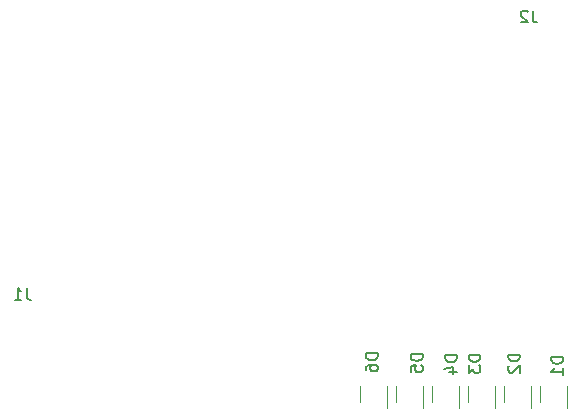
<source format=gbr>
G04 #@! TF.GenerationSoftware,KiCad,Pcbnew,7.0.6*
G04 #@! TF.CreationDate,2023-12-22T13:42:26-08:00*
G04 #@! TF.ProjectId,procon_button_board,70726f63-6f6e-45f6-9275-74746f6e5f62,rev?*
G04 #@! TF.SameCoordinates,Original*
G04 #@! TF.FileFunction,Legend,Bot*
G04 #@! TF.FilePolarity,Positive*
%FSLAX46Y46*%
G04 Gerber Fmt 4.6, Leading zero omitted, Abs format (unit mm)*
G04 Created by KiCad (PCBNEW 7.0.6) date 2023-12-22 13:42:26*
%MOMM*%
%LPD*%
G01*
G04 APERTURE LIST*
%ADD10C,0.150000*%
%ADD11C,0.120000*%
G04 APERTURE END LIST*
D10*
X146573819Y-160905905D02*
X145573819Y-160905905D01*
X145573819Y-160905905D02*
X145573819Y-161144000D01*
X145573819Y-161144000D02*
X145621438Y-161286857D01*
X145621438Y-161286857D02*
X145716676Y-161382095D01*
X145716676Y-161382095D02*
X145811914Y-161429714D01*
X145811914Y-161429714D02*
X146002390Y-161477333D01*
X146002390Y-161477333D02*
X146145247Y-161477333D01*
X146145247Y-161477333D02*
X146335723Y-161429714D01*
X146335723Y-161429714D02*
X146430961Y-161382095D01*
X146430961Y-161382095D02*
X146526200Y-161286857D01*
X146526200Y-161286857D02*
X146573819Y-161144000D01*
X146573819Y-161144000D02*
X146573819Y-160905905D01*
X145669057Y-161858286D02*
X145621438Y-161905905D01*
X145621438Y-161905905D02*
X145573819Y-162001143D01*
X145573819Y-162001143D02*
X145573819Y-162239238D01*
X145573819Y-162239238D02*
X145621438Y-162334476D01*
X145621438Y-162334476D02*
X145669057Y-162382095D01*
X145669057Y-162382095D02*
X145764295Y-162429714D01*
X145764295Y-162429714D02*
X145859533Y-162429714D01*
X145859533Y-162429714D02*
X146002390Y-162382095D01*
X146002390Y-162382095D02*
X146573819Y-161810667D01*
X146573819Y-161810667D02*
X146573819Y-162429714D01*
X138323819Y-160880905D02*
X137323819Y-160880905D01*
X137323819Y-160880905D02*
X137323819Y-161119000D01*
X137323819Y-161119000D02*
X137371438Y-161261857D01*
X137371438Y-161261857D02*
X137466676Y-161357095D01*
X137466676Y-161357095D02*
X137561914Y-161404714D01*
X137561914Y-161404714D02*
X137752390Y-161452333D01*
X137752390Y-161452333D02*
X137895247Y-161452333D01*
X137895247Y-161452333D02*
X138085723Y-161404714D01*
X138085723Y-161404714D02*
X138180961Y-161357095D01*
X138180961Y-161357095D02*
X138276200Y-161261857D01*
X138276200Y-161261857D02*
X138323819Y-161119000D01*
X138323819Y-161119000D02*
X138323819Y-160880905D01*
X137323819Y-162357095D02*
X137323819Y-161880905D01*
X137323819Y-161880905D02*
X137800009Y-161833286D01*
X137800009Y-161833286D02*
X137752390Y-161880905D01*
X137752390Y-161880905D02*
X137704771Y-161976143D01*
X137704771Y-161976143D02*
X137704771Y-162214238D01*
X137704771Y-162214238D02*
X137752390Y-162309476D01*
X137752390Y-162309476D02*
X137800009Y-162357095D01*
X137800009Y-162357095D02*
X137895247Y-162404714D01*
X137895247Y-162404714D02*
X138133342Y-162404714D01*
X138133342Y-162404714D02*
X138228580Y-162357095D01*
X138228580Y-162357095D02*
X138276200Y-162309476D01*
X138276200Y-162309476D02*
X138323819Y-162214238D01*
X138323819Y-162214238D02*
X138323819Y-161976143D01*
X138323819Y-161976143D02*
X138276200Y-161880905D01*
X138276200Y-161880905D02*
X138228580Y-161833286D01*
X141223819Y-160980905D02*
X140223819Y-160980905D01*
X140223819Y-160980905D02*
X140223819Y-161219000D01*
X140223819Y-161219000D02*
X140271438Y-161361857D01*
X140271438Y-161361857D02*
X140366676Y-161457095D01*
X140366676Y-161457095D02*
X140461914Y-161504714D01*
X140461914Y-161504714D02*
X140652390Y-161552333D01*
X140652390Y-161552333D02*
X140795247Y-161552333D01*
X140795247Y-161552333D02*
X140985723Y-161504714D01*
X140985723Y-161504714D02*
X141080961Y-161457095D01*
X141080961Y-161457095D02*
X141176200Y-161361857D01*
X141176200Y-161361857D02*
X141223819Y-161219000D01*
X141223819Y-161219000D02*
X141223819Y-160980905D01*
X140557152Y-162409476D02*
X141223819Y-162409476D01*
X140176200Y-162171381D02*
X140890485Y-161933286D01*
X140890485Y-161933286D02*
X140890485Y-162552333D01*
X147653333Y-131788819D02*
X147653333Y-132503104D01*
X147653333Y-132503104D02*
X147700952Y-132645961D01*
X147700952Y-132645961D02*
X147796190Y-132741200D01*
X147796190Y-132741200D02*
X147939047Y-132788819D01*
X147939047Y-132788819D02*
X148034285Y-132788819D01*
X147224761Y-131884057D02*
X147177142Y-131836438D01*
X147177142Y-131836438D02*
X147081904Y-131788819D01*
X147081904Y-131788819D02*
X146843809Y-131788819D01*
X146843809Y-131788819D02*
X146748571Y-131836438D01*
X146748571Y-131836438D02*
X146700952Y-131884057D01*
X146700952Y-131884057D02*
X146653333Y-131979295D01*
X146653333Y-131979295D02*
X146653333Y-132074533D01*
X146653333Y-132074533D02*
X146700952Y-132217390D01*
X146700952Y-132217390D02*
X147272380Y-132788819D01*
X147272380Y-132788819D02*
X146653333Y-132788819D01*
X134523819Y-160805905D02*
X133523819Y-160805905D01*
X133523819Y-160805905D02*
X133523819Y-161044000D01*
X133523819Y-161044000D02*
X133571438Y-161186857D01*
X133571438Y-161186857D02*
X133666676Y-161282095D01*
X133666676Y-161282095D02*
X133761914Y-161329714D01*
X133761914Y-161329714D02*
X133952390Y-161377333D01*
X133952390Y-161377333D02*
X134095247Y-161377333D01*
X134095247Y-161377333D02*
X134285723Y-161329714D01*
X134285723Y-161329714D02*
X134380961Y-161282095D01*
X134380961Y-161282095D02*
X134476200Y-161186857D01*
X134476200Y-161186857D02*
X134523819Y-161044000D01*
X134523819Y-161044000D02*
X134523819Y-160805905D01*
X133523819Y-162234476D02*
X133523819Y-162044000D01*
X133523819Y-162044000D02*
X133571438Y-161948762D01*
X133571438Y-161948762D02*
X133619057Y-161901143D01*
X133619057Y-161901143D02*
X133761914Y-161805905D01*
X133761914Y-161805905D02*
X133952390Y-161758286D01*
X133952390Y-161758286D02*
X134333342Y-161758286D01*
X134333342Y-161758286D02*
X134428580Y-161805905D01*
X134428580Y-161805905D02*
X134476200Y-161853524D01*
X134476200Y-161853524D02*
X134523819Y-161948762D01*
X134523819Y-161948762D02*
X134523819Y-162139238D01*
X134523819Y-162139238D02*
X134476200Y-162234476D01*
X134476200Y-162234476D02*
X134428580Y-162282095D01*
X134428580Y-162282095D02*
X134333342Y-162329714D01*
X134333342Y-162329714D02*
X134095247Y-162329714D01*
X134095247Y-162329714D02*
X134000009Y-162282095D01*
X134000009Y-162282095D02*
X133952390Y-162234476D01*
X133952390Y-162234476D02*
X133904771Y-162139238D01*
X133904771Y-162139238D02*
X133904771Y-161948762D01*
X133904771Y-161948762D02*
X133952390Y-161853524D01*
X133952390Y-161853524D02*
X134000009Y-161805905D01*
X134000009Y-161805905D02*
X134095247Y-161758286D01*
X143223819Y-160930905D02*
X142223819Y-160930905D01*
X142223819Y-160930905D02*
X142223819Y-161169000D01*
X142223819Y-161169000D02*
X142271438Y-161311857D01*
X142271438Y-161311857D02*
X142366676Y-161407095D01*
X142366676Y-161407095D02*
X142461914Y-161454714D01*
X142461914Y-161454714D02*
X142652390Y-161502333D01*
X142652390Y-161502333D02*
X142795247Y-161502333D01*
X142795247Y-161502333D02*
X142985723Y-161454714D01*
X142985723Y-161454714D02*
X143080961Y-161407095D01*
X143080961Y-161407095D02*
X143176200Y-161311857D01*
X143176200Y-161311857D02*
X143223819Y-161169000D01*
X143223819Y-161169000D02*
X143223819Y-160930905D01*
X142223819Y-161835667D02*
X142223819Y-162454714D01*
X142223819Y-162454714D02*
X142604771Y-162121381D01*
X142604771Y-162121381D02*
X142604771Y-162264238D01*
X142604771Y-162264238D02*
X142652390Y-162359476D01*
X142652390Y-162359476D02*
X142700009Y-162407095D01*
X142700009Y-162407095D02*
X142795247Y-162454714D01*
X142795247Y-162454714D02*
X143033342Y-162454714D01*
X143033342Y-162454714D02*
X143128580Y-162407095D01*
X143128580Y-162407095D02*
X143176200Y-162359476D01*
X143176200Y-162359476D02*
X143223819Y-162264238D01*
X143223819Y-162264238D02*
X143223819Y-161978524D01*
X143223819Y-161978524D02*
X143176200Y-161883286D01*
X143176200Y-161883286D02*
X143128580Y-161835667D01*
X150223819Y-161105905D02*
X149223819Y-161105905D01*
X149223819Y-161105905D02*
X149223819Y-161344000D01*
X149223819Y-161344000D02*
X149271438Y-161486857D01*
X149271438Y-161486857D02*
X149366676Y-161582095D01*
X149366676Y-161582095D02*
X149461914Y-161629714D01*
X149461914Y-161629714D02*
X149652390Y-161677333D01*
X149652390Y-161677333D02*
X149795247Y-161677333D01*
X149795247Y-161677333D02*
X149985723Y-161629714D01*
X149985723Y-161629714D02*
X150080961Y-161582095D01*
X150080961Y-161582095D02*
X150176200Y-161486857D01*
X150176200Y-161486857D02*
X150223819Y-161344000D01*
X150223819Y-161344000D02*
X150223819Y-161105905D01*
X150223819Y-162629714D02*
X150223819Y-162058286D01*
X150223819Y-162344000D02*
X149223819Y-162344000D01*
X149223819Y-162344000D02*
X149366676Y-162248762D01*
X149366676Y-162248762D02*
X149461914Y-162153524D01*
X149461914Y-162153524D02*
X149509533Y-162058286D01*
X104798053Y-155256063D02*
X104798053Y-155970348D01*
X104798053Y-155970348D02*
X104845672Y-156113205D01*
X104845672Y-156113205D02*
X104940910Y-156208444D01*
X104940910Y-156208444D02*
X105083767Y-156256063D01*
X105083767Y-156256063D02*
X105179005Y-156256063D01*
X103798053Y-156256063D02*
X104369481Y-156256063D01*
X104083767Y-156256063D02*
X104083767Y-155256063D01*
X104083767Y-155256063D02*
X104179005Y-155398920D01*
X104179005Y-155398920D02*
X104274243Y-155494158D01*
X104274243Y-155494158D02*
X104369481Y-155541777D01*
D11*
X145214720Y-164959612D02*
X145214720Y-163559612D01*
X147534720Y-163559612D02*
X147534720Y-165459612D01*
X136070720Y-164959612D02*
X136070720Y-163559612D01*
X138390720Y-163559612D02*
X138390720Y-165459612D01*
X139118720Y-164959612D02*
X139118720Y-163559612D01*
X141438720Y-163559612D02*
X141438720Y-165459612D01*
X133022720Y-164959612D02*
X133022720Y-163559612D01*
X135342720Y-163559612D02*
X135342720Y-165459612D01*
X142166720Y-164959612D02*
X142166720Y-163559612D01*
X144486720Y-163559612D02*
X144486720Y-165459612D01*
X148262720Y-164959612D02*
X148262720Y-163559612D01*
X150582720Y-163559612D02*
X150582720Y-165459612D01*
M02*

</source>
